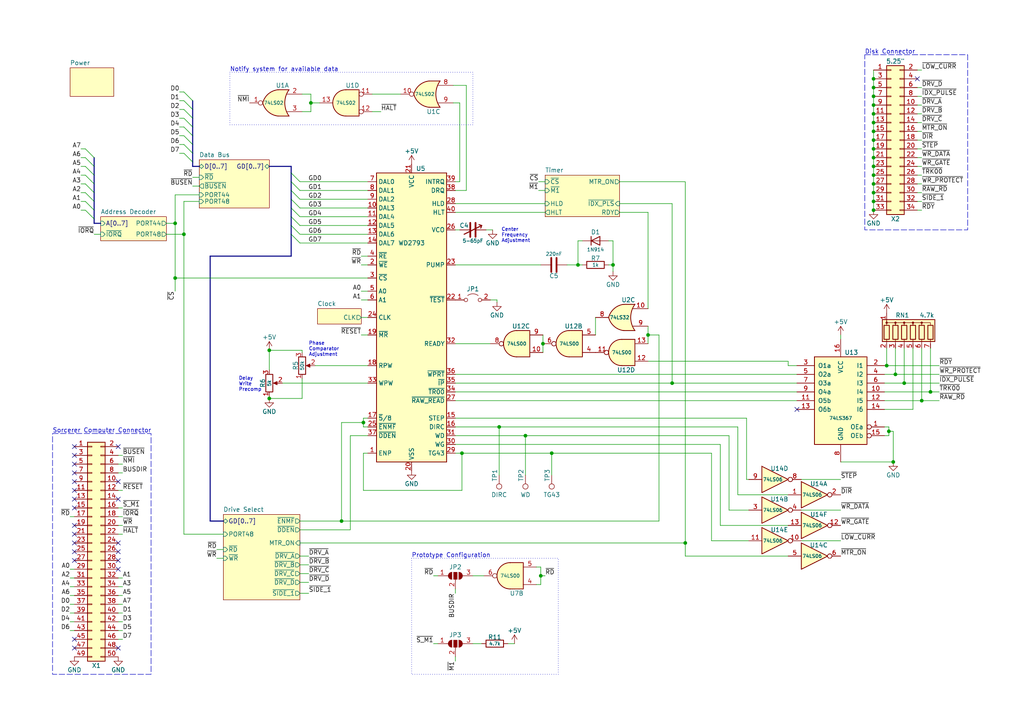
<source format=kicad_sch>
(kicad_sch (version 20230121) (generator eeschema)
  (paper "A4")
  (title_block (title "Sorcerer Dream Disk") (date "2023-12-16") (rev "1.0") (company "Marcel Erz (RetroStack), John Halkiadakis, Michael Borthwick (Exidyboy)") (comment 4 "Dream Disk Main Components"))
  (junction (at 257.81 125.095))
  (junction (at 160.02 131.445))
  (junction (at 187.96 97.155))
  (junction (at 253.365 38.1))
  (junction (at 50.8 80.645))
  (junction (at 78.105 115.57))
  (junction (at 253.365 30.48))
  (junction (at 99.06 151.13))
  (junction (at 253.365 50.8))
  (junction (at 157.48 99.695))
  (junction (at 253.365 53.34))
  (junction (at 253.365 55.88))
  (junction (at 253.365 40.64))
  (junction (at 253.365 35.56))
  (junction (at 253.365 45.72))
  (junction (at 50.8 64.77))
  (junction (at 105.41 122.555))
  (junction (at 262.255 111.125))
  (junction (at 156.845 167.005))
  (junction (at 259.08 133.985))
  (junction (at 90.17 29.845))
  (junction (at 167.64 76.835))
  (junction (at 53.34 67.945))
  (junction (at 194.945 111.125))
  (junction (at 78.105 101.6))
  (junction (at 269.875 113.665))
  (junction (at 253.365 33.02))
  (junction (at 253.365 22.86))
  (junction (at 133.985 131.445))
  (junction (at 253.365 48.26))
  (junction (at 198.755 157.48))
  (junction (at 253.365 27.94))
  (junction (at 267.335 116.205))
  (junction (at 152.4 126.365))
  (junction (at 257.175 106.045))
  (junction (at 259.715 108.585))
  (junction (at 253.365 25.4))
  (junction (at 253.365 60.96))
  (junction (at 253.365 43.18))
  (junction (at 144.78 123.825))
  (junction (at 253.365 58.42))
  (junction (at 177.8 76.835))
  (no_connect (at 21.59 142.24))
  (no_connect (at 21.59 160.02))
  (no_connect (at 34.29 157.48))
  (no_connect (at 34.29 129.54))
  (no_connect (at 21.59 139.7))
  (no_connect (at 21.59 152.4))
  (no_connect (at 21.59 129.54))
  (no_connect (at 231.14 118.745))
  (no_connect (at 21.59 132.08))
  (no_connect (at 21.59 187.96))
  (no_connect (at 21.59 154.94))
  (no_connect (at 34.29 187.96))
  (no_connect (at 21.59 147.32))
  (no_connect (at 21.59 134.62))
  (no_connect (at 34.29 162.56))
  (no_connect (at 21.59 137.16))
  (no_connect (at 34.29 165.1))
  (no_connect (at 34.29 139.7))
  (no_connect (at 21.59 144.78))
  (no_connect (at 34.29 160.02))
  (no_connect (at 21.59 185.42))
  (no_connect (at 34.29 144.78))
  (no_connect (at 21.59 162.56))
  (no_connect (at 21.59 157.48))
  (no_connect (at 266.065 22.86))
  (bus_entry (at 86.995 65.405) (size -2.54 -2.54))
  (bus_entry (at 86.995 55.245) (size -2.54 -2.54))
  (bus_entry (at 86.995 62.865) (size -2.54 -2.54))
  (bus_entry (at 53.34 34.29) (size 2.54 2.54))
  (bus_entry (at 86.995 70.485) (size -2.54 -2.54))
  (bus_entry (at 86.995 60.325) (size -2.54 -2.54))
  (bus_entry (at 24.765 53.34) (size 2.54 2.54))
  (bus_entry (at 24.765 43.18) (size 2.54 2.54))
  (bus_entry (at 53.34 39.37) (size 2.54 2.54))
  (bus_entry (at 86.995 52.705) (size -2.54 -2.54))
  (bus_entry (at 86.995 57.785) (size -2.54 -2.54))
  (bus_entry (at 24.765 48.26) (size 2.54 2.54))
  (bus_entry (at 53.34 31.75) (size 2.54 2.54))
  (bus_entry (at 24.765 60.96) (size 2.54 2.54))
  (bus_entry (at 53.34 36.83) (size 2.54 2.54))
  (bus_entry (at 24.765 50.8) (size 2.54 2.54))
  (bus_entry (at 53.34 26.67) (size 2.54 2.54))
  (bus_entry (at 24.765 45.72) (size 2.54 2.54))
  (bus_entry (at 53.34 44.45) (size 2.54 2.54))
  (bus_entry (at 53.34 41.91) (size 2.54 2.54))
  (bus_entry (at 86.995 67.945) (size -2.54 -2.54))
  (bus_entry (at 24.765 55.88) (size 2.54 2.54))
  (bus_entry (at 53.34 29.21) (size 2.54 2.54))
  (bus_entry (at 24.765 58.42) (size 2.54 2.54))
  (wire (pts (xy 87.63 27.305) (xy 90.17 27.305)))
  (wire (pts (xy 144.78 123.825) (xy 213.995 123.825)))
  (wire (pts (xy 211.455 126.365) (xy 211.455 147.955)))
  (wire (pts (xy 35.56 180.34) (xy 34.29 180.34)))
  (wire (pts (xy 262.255 111.125) (xy 272.415 111.125)))
  (bus (pts (xy 78.105 48.26) (xy 84.455 48.26)))
  (wire (pts (xy 23.495 55.88) (xy 24.765 55.88)))
  (wire (pts (xy 133.35 66.675) (xy 132.08 66.675)))
  (wire (pts (xy 50.8 80.645) (xy 106.68 80.645)))
  (wire (pts (xy 259.715 108.585) (xy 272.415 108.585)))
  (wire (pts (xy 147.32 186.69) (xy 149.225 186.69)))
  (bus (pts (xy 55.88 36.83) (xy 55.88 34.29)))
  (wire (pts (xy 216.535 121.285) (xy 216.535 139.065)))
  (wire (pts (xy 35.56 134.62) (xy 34.29 134.62)))
  (wire (pts (xy 23.495 53.34) (xy 24.765 53.34)))
  (bus (pts (xy 27.305 63.5) (xy 27.305 60.96)))
  (wire (pts (xy 253.365 43.18) (xy 253.365 45.72)))
  (wire (pts (xy 52.07 29.21) (xy 53.34 29.21)))
  (wire (pts (xy 23.495 60.96) (xy 24.765 60.96)))
  (bus (pts (xy 84.455 60.325) (xy 84.455 62.865)))
  (wire (pts (xy 177.8 76.835) (xy 177.8 78.74)))
  (bus (pts (xy 84.455 74.295) (xy 60.96 74.295)))
  (wire (pts (xy 132.08 190.5) (xy 132.08 191.77)))
  (wire (pts (xy 86.995 62.865) (xy 106.68 62.865)))
  (wire (pts (xy 52.07 36.83) (xy 53.34 36.83)))
  (wire (pts (xy 176.53 69.85) (xy 177.8 69.85)))
  (wire (pts (xy 62.865 161.925) (xy 64.77 161.925)))
  (wire (pts (xy 253.365 20.32) (xy 253.365 22.86)))
  (bus (pts (xy 84.455 67.945) (xy 84.455 74.295)))
  (wire (pts (xy 104.775 84.455) (xy 106.68 84.455)))
  (wire (pts (xy 257.81 125.095) (xy 259.08 125.095)))
  (wire (pts (xy 267.335 35.56) (xy 266.065 35.56)))
  (wire (pts (xy 253.365 33.02) (xy 253.365 35.56)))
  (wire (pts (xy 132.08 113.665) (xy 231.14 113.665)))
  (wire (pts (xy 206.375 131.445) (xy 160.02 131.445)))
  (wire (pts (xy 125.73 186.69) (xy 127 186.69)))
  (bus (pts (xy 60.96 74.295) (xy 60.96 151.13)))
  (wire (pts (xy 53.34 58.42) (xy 53.34 67.945)))
  (wire (pts (xy 106.68 121.285) (xy 105.41 121.285)))
  (wire (pts (xy 35.56 170.18) (xy 34.29 170.18)))
  (wire (pts (xy 157.48 102.235) (xy 157.48 99.695)))
  (bus (pts (xy 27.305 55.88) (xy 27.305 53.34)))
  (wire (pts (xy 99.06 122.555) (xy 105.41 122.555)))
  (wire (pts (xy 267.335 40.64) (xy 266.065 40.64)))
  (wire (pts (xy 267.335 60.96) (xy 266.065 60.96)))
  (wire (pts (xy 52.07 34.29) (xy 53.34 34.29)))
  (wire (pts (xy 243.84 133.985) (xy 259.08 133.985)))
  (wire (pts (xy 257.81 126.365) (xy 256.54 126.365)))
  (wire (pts (xy 132.08 121.285) (xy 216.535 121.285)))
  (wire (pts (xy 86.995 153.67) (xy 101.6 153.67)))
  (wire (pts (xy 92.71 29.845) (xy 90.17 29.845)))
  (wire (pts (xy 50.8 84.455) (xy 50.8 80.645)))
  (wire (pts (xy 152.4 126.365) (xy 152.4 137.795)))
  (wire (pts (xy 135.255 55.245) (xy 132.08 55.245)))
  (wire (pts (xy 267.335 48.26) (xy 266.065 48.26)))
  (wire (pts (xy 86.995 163.83) (xy 89.535 163.83)))
  (wire (pts (xy 105.41 121.285) (xy 105.41 122.555)))
  (wire (pts (xy 187.96 94.615) (xy 187.96 97.155)))
  (wire (pts (xy 156.845 167.005) (xy 158.115 167.005)))
  (wire (pts (xy 132.08 126.365) (xy 152.4 126.365)))
  (bus (pts (xy 60.96 151.13) (xy 64.77 151.13)))
  (wire (pts (xy 160.02 131.445) (xy 160.02 137.795)))
  (wire (pts (xy 243.84 139.065) (xy 232.41 139.065)))
  (wire (pts (xy 52.07 44.45) (xy 53.34 44.45)))
  (wire (pts (xy 262.255 100.965) (xy 262.255 111.125)))
  (wire (pts (xy 269.875 113.665) (xy 272.415 113.665)))
  (wire (pts (xy 137.16 167.005) (xy 140.335 167.005)))
  (wire (pts (xy 86.995 60.325) (xy 106.68 60.325)))
  (bus (pts (xy 84.455 50.165) (xy 84.455 52.705)))
  (wire (pts (xy 164.465 76.835) (xy 167.64 76.835)))
  (wire (pts (xy 48.26 67.945) (xy 53.34 67.945)))
  (wire (pts (xy 106.68 131.445) (xy 105.41 131.445)))
  (wire (pts (xy 104.775 86.995) (xy 106.68 86.995)))
  (wire (pts (xy 267.335 33.02) (xy 266.065 33.02)))
  (wire (pts (xy 228.6 104.775) (xy 228.6 106.045)))
  (bus (pts (xy 84.455 62.865) (xy 84.455 65.405)))
  (wire (pts (xy 259.715 100.965) (xy 259.715 108.585)))
  (wire (pts (xy 257.81 125.095) (xy 257.81 126.365)))
  (wire (pts (xy 267.335 20.32) (xy 266.065 20.32)))
  (wire (pts (xy 267.335 58.42) (xy 266.065 58.42)))
  (wire (pts (xy 35.56 177.8) (xy 34.29 177.8)))
  (wire (pts (xy 35.56 185.42) (xy 34.29 185.42)))
  (bus (pts (xy 55.88 41.91) (xy 55.88 39.37)))
  (wire (pts (xy 23.495 43.18) (xy 24.765 43.18)))
  (wire (pts (xy 50.8 64.77) (xy 50.8 56.515)))
  (wire (pts (xy 104.775 92.075) (xy 106.68 92.075)))
  (bus (pts (xy 84.455 48.26) (xy 84.455 50.165)))
  (wire (pts (xy 101.6 153.67) (xy 101.6 126.365)))
  (wire (pts (xy 99.06 151.13) (xy 191.135 151.13)))
  (wire (pts (xy 267.335 116.205) (xy 272.415 116.205)))
  (wire (pts (xy 20.32 165.1) (xy 21.59 165.1)))
  (wire (pts (xy 156.845 164.465) (xy 156.845 167.005)))
  (wire (pts (xy 206.375 156.845) (xy 206.375 131.445)))
  (wire (pts (xy 105.41 142.24) (xy 133.985 142.24)))
  (wire (pts (xy 208.915 152.4) (xy 228.6 152.4)))
  (wire (pts (xy 157.48 99.695) (xy 157.48 97.155)))
  (wire (pts (xy 99.06 151.13) (xy 99.06 122.555)))
  (bus (pts (xy 27.305 48.26) (xy 27.305 45.72)))
  (bus (pts (xy 55.88 48.26) (xy 55.88 46.99)))
  (wire (pts (xy 105.41 131.445) (xy 105.41 142.24)))
  (wire (pts (xy 35.56 137.16) (xy 34.29 137.16)))
  (wire (pts (xy 253.365 35.56) (xy 253.365 38.1)))
  (wire (pts (xy 243.84 147.955) (xy 232.41 147.955)))
  (wire (pts (xy 87.63 32.385) (xy 90.17 32.385)))
  (wire (pts (xy 256.54 113.665) (xy 269.875 113.665)))
  (wire (pts (xy 144.145 86.995) (xy 142.24 86.995)))
  (wire (pts (xy 20.32 182.88) (xy 21.59 182.88)))
  (wire (pts (xy 156.845 169.545) (xy 155.575 169.545)))
  (wire (pts (xy 20.32 175.26) (xy 21.59 175.26)))
  (wire (pts (xy 23.495 45.72) (xy 24.765 45.72)))
  (wire (pts (xy 269.875 100.965) (xy 269.875 113.665)))
  (wire (pts (xy 187.96 104.775) (xy 228.6 104.775)))
  (wire (pts (xy 257.175 100.965) (xy 257.175 106.045)))
  (wire (pts (xy 228.6 106.045) (xy 231.14 106.045)))
  (wire (pts (xy 50.8 56.515) (xy 57.785 56.515)))
  (bus (pts (xy 27.305 50.8) (xy 27.305 48.26)))
  (wire (pts (xy 259.08 125.095) (xy 259.08 133.985)))
  (bus (pts (xy 29.21 64.77) (xy 27.305 64.77)))
  (wire (pts (xy 20.32 167.64) (xy 21.59 167.64)))
  (wire (pts (xy 86.995 172.085) (xy 89.535 172.085)))
  (wire (pts (xy 156.845 167.005) (xy 156.845 169.545)))
  (wire (pts (xy 267.335 25.4) (xy 266.065 25.4)))
  (wire (pts (xy 87.63 101.6) (xy 87.63 102.235)))
  (wire (pts (xy 53.34 154.94) (xy 53.34 67.945)))
  (bus (pts (xy 57.785 48.26) (xy 55.88 48.26)))
  (wire (pts (xy 191.135 151.13) (xy 191.135 97.155)))
  (wire (pts (xy 132.08 128.905) (xy 208.915 128.905)))
  (wire (pts (xy 132.08 123.825) (xy 144.78 123.825)))
  (wire (pts (xy 86.995 55.245) (xy 106.68 55.245)))
  (wire (pts (xy 91.44 106.045) (xy 106.68 106.045)))
  (wire (pts (xy 104.775 97.155) (xy 106.68 97.155)))
  (wire (pts (xy 253.365 40.64) (xy 253.365 43.18)))
  (wire (pts (xy 256.54 106.045) (xy 257.175 106.045)))
  (wire (pts (xy 132.08 170.815) (xy 132.08 172.085)))
  (wire (pts (xy 194.945 59.055) (xy 194.945 111.125)))
  (wire (pts (xy 105.41 122.555) (xy 105.41 123.825)))
  (wire (pts (xy 55.88 53.975) (xy 57.785 53.975)))
  (bus (pts (xy 55.88 31.75) (xy 55.88 29.21)))
  (wire (pts (xy 52.07 39.37) (xy 53.34 39.37)))
  (wire (pts (xy 194.945 111.125) (xy 231.14 111.125)))
  (wire (pts (xy 125.73 167.005) (xy 127 167.005)))
  (wire (pts (xy 253.365 53.34) (xy 253.365 55.88)))
  (wire (pts (xy 55.88 51.435) (xy 57.785 51.435)))
  (wire (pts (xy 253.365 30.48) (xy 253.365 33.02)))
  (wire (pts (xy 253.365 22.86) (xy 253.365 25.4)))
  (wire (pts (xy 187.96 97.155) (xy 187.96 99.695)))
  (wire (pts (xy 172.72 92.075) (xy 172.72 97.155)))
  (wire (pts (xy 104.775 76.835) (xy 106.68 76.835)))
  (wire (pts (xy 142.875 66.675) (xy 140.97 66.675)))
  (bus (pts (xy 55.88 34.29) (xy 55.88 31.75)))
  (wire (pts (xy 104.775 74.295) (xy 106.68 74.295)))
  (wire (pts (xy 267.335 45.72) (xy 266.065 45.72)))
  (wire (pts (xy 86.995 166.37) (xy 89.535 166.37)))
  (wire (pts (xy 267.335 38.1) (xy 266.065 38.1)))
  (wire (pts (xy 267.335 27.94) (xy 266.065 27.94)))
  (wire (pts (xy 156.21 55.245) (xy 158.115 55.245)))
  (bus (pts (xy 27.305 64.77) (xy 27.305 63.5)))
  (wire (pts (xy 253.365 50.8) (xy 253.365 53.34)))
  (wire (pts (xy 198.755 161.29) (xy 228.6 161.29)))
  (wire (pts (xy 176.53 76.835) (xy 177.8 76.835)))
  (wire (pts (xy 267.335 100.965) (xy 267.335 116.205)))
  (wire (pts (xy 62.865 159.385) (xy 64.77 159.385)))
  (wire (pts (xy 86.995 161.29) (xy 89.535 161.29)))
  (wire (pts (xy 133.985 142.24) (xy 133.985 131.445)))
  (wire (pts (xy 167.64 69.85) (xy 167.64 76.835)))
  (bus (pts (xy 27.305 53.34) (xy 27.305 50.8)))
  (wire (pts (xy 132.08 108.585) (xy 231.14 108.585)))
  (wire (pts (xy 191.135 97.155) (xy 187.96 97.155)))
  (wire (pts (xy 132.08 99.695) (xy 142.24 99.695)))
  (bus (pts (xy 84.455 57.785) (xy 84.455 60.325)))
  (wire (pts (xy 267.335 50.8) (xy 266.065 50.8)))
  (wire (pts (xy 35.56 132.08) (xy 34.29 132.08)))
  (wire (pts (xy 20.32 180.34) (xy 21.59 180.34)))
  (wire (pts (xy 179.705 61.595) (xy 187.96 61.595)))
  (wire (pts (xy 52.07 26.67) (xy 53.34 26.67)))
  (wire (pts (xy 86.995 57.785) (xy 106.68 57.785)))
  (wire (pts (xy 267.335 53.34) (xy 266.065 53.34)))
  (wire (pts (xy 167.64 76.835) (xy 168.91 76.835)))
  (wire (pts (xy 132.08 111.125) (xy 194.945 111.125)))
  (wire (pts (xy 243.84 156.845) (xy 232.41 156.845)))
  (bus (pts (xy 55.88 44.45) (xy 55.88 41.91)))
  (wire (pts (xy 267.335 43.18) (xy 266.065 43.18)))
  (wire (pts (xy 86.995 65.405) (xy 106.68 65.405)))
  (wire (pts (xy 139.7 186.69) (xy 137.16 186.69)))
  (wire (pts (xy 53.34 58.42) (xy 57.785 58.42)))
  (wire (pts (xy 211.455 147.955) (xy 217.17 147.955)))
  (wire (pts (xy 213.995 123.825) (xy 213.995 143.51)))
  (wire (pts (xy 243.84 98.425) (xy 243.84 97.155)))
  (wire (pts (xy 23.495 48.26) (xy 24.765 48.26)))
  (wire (pts (xy 90.17 29.845) (xy 90.17 27.305)))
  (wire (pts (xy 135.255 24.765) (xy 135.255 55.245)))
  (wire (pts (xy 86.995 151.13) (xy 99.06 151.13)))
  (wire (pts (xy 160.02 131.445) (xy 133.985 131.445)))
  (wire (pts (xy 23.495 50.8) (xy 24.765 50.8)))
  (wire (pts (xy 264.795 100.965) (xy 264.795 118.745)))
  (wire (pts (xy 213.995 143.51) (xy 228.6 143.51)))
  (wire (pts (xy 253.365 58.42) (xy 253.365 60.96)))
  (wire (pts (xy 90.17 32.385) (xy 90.17 29.845)))
  (wire (pts (xy 81.915 111.125) (xy 106.68 111.125)))
  (wire (pts (xy 52.07 31.75) (xy 53.34 31.75)))
  (wire (pts (xy 187.96 61.595) (xy 187.96 89.535)))
  (wire (pts (xy 133.985 131.445) (xy 132.08 131.445)))
  (wire (pts (xy 78.105 115.57) (xy 87.63 115.57)))
  (wire (pts (xy 253.365 45.72) (xy 253.365 48.26)))
  (wire (pts (xy 144.145 87.63) (xy 144.145 86.995)))
  (wire (pts (xy 257.175 106.045) (xy 272.415 106.045)))
  (wire (pts (xy 27.305 67.945) (xy 29.21 67.945)))
  (wire (pts (xy 35.56 142.24) (xy 34.29 142.24)))
  (wire (pts (xy 253.365 55.88) (xy 253.365 58.42)))
  (wire (pts (xy 50.8 80.645) (xy 50.8 64.77)))
  (wire (pts (xy 78.105 101.6) (xy 87.63 101.6)))
  (wire (pts (xy 155.575 164.465) (xy 156.845 164.465)))
  (wire (pts (xy 86.995 70.485) (xy 106.68 70.485)))
  (bus (pts (xy 27.305 58.42) (xy 27.305 55.88)))
  (bus (pts (xy 27.305 60.96) (xy 27.305 58.42)))
  (wire (pts (xy 132.08 52.705) (xy 133.35 52.705)))
  (wire (pts (xy 158.115 61.595) (xy 132.08 61.595)))
  (wire (pts (xy 86.995 52.705) (xy 106.68 52.705)))
  (wire (pts (xy 152.4 126.365) (xy 211.455 126.365)))
  (wire (pts (xy 267.335 55.88) (xy 266.065 55.88)))
  (wire (pts (xy 253.365 38.1) (xy 253.365 40.64)))
  (wire (pts (xy 20.32 170.18) (xy 21.59 170.18)))
  (bus (pts (xy 55.88 46.99) (xy 55.88 44.45)))
  (wire (pts (xy 35.56 175.26) (xy 34.29 175.26)))
  (wire (pts (xy 20.32 172.72) (xy 21.59 172.72)))
  (wire (pts (xy 132.08 76.835) (xy 156.845 76.835)))
  (wire (pts (xy 168.91 69.85) (xy 167.64 69.85)))
  (wire (pts (xy 35.56 182.88) (xy 34.29 182.88)))
  (wire (pts (xy 35.56 152.4) (xy 34.29 152.4)))
  (wire (pts (xy 198.755 52.705) (xy 198.755 157.48)))
  (wire (pts (xy 177.8 69.85) (xy 177.8 76.835)))
  (wire (pts (xy 87.63 109.855) (xy 87.63 115.57)))
  (wire (pts (xy 253.365 48.26) (xy 253.365 50.8)))
  (wire (pts (xy 208.915 128.905) (xy 208.915 152.4)))
  (wire (pts (xy 216.535 139.065) (xy 217.17 139.065)))
  (wire (pts (xy 256.54 118.745) (xy 264.795 118.745)))
  (wire (pts (xy 198.755 161.29) (xy 198.755 157.48)))
  (wire (pts (xy 253.365 27.94) (xy 253.365 30.48)))
  (wire (pts (xy 156.21 52.705) (xy 158.115 52.705)))
  (bus (pts (xy 84.455 55.245) (xy 84.455 57.785)))
  (wire (pts (xy 256.54 111.125) (xy 262.255 111.125)))
  (wire (pts (xy 35.56 167.64) (xy 34.29 167.64)))
  (bus (pts (xy 84.455 52.705) (xy 84.455 55.245)))
  (bus (pts (xy 55.88 39.37) (xy 55.88 36.83)))
  (wire (pts (xy 86.995 157.48) (xy 198.755 157.48)))
  (wire (pts (xy 217.17 156.845) (xy 206.375 156.845)))
  (wire (pts (xy 20.32 177.8) (xy 21.59 177.8)))
  (wire (pts (xy 132.08 116.205) (xy 231.14 116.205)))
  (wire (pts (xy 107.95 27.305) (xy 116.205 27.305)))
  (wire (pts (xy 256.54 108.585) (xy 259.715 108.585)))
  (wire (pts (xy 179.705 59.055) (xy 194.945 59.055)))
  (wire (pts (xy 64.77 154.94) (xy 53.34 154.94)))
  (wire (pts (xy 257.81 123.825) (xy 257.81 125.095)))
  (wire (pts (xy 267.335 30.48) (xy 266.065 30.48)))
  (wire (pts (xy 133.35 29.845) (xy 133.35 52.705)))
  (wire (pts (xy 35.56 149.86) (xy 34.29 149.86)))
  (wire (pts (xy 20.32 149.86) (xy 21.59 149.86)))
  (wire (pts (xy 86.995 168.91) (xy 89.535 168.91)))
  (wire (pts (xy 35.56 154.94) (xy 34.29 154.94)))
  (wire (pts (xy 256.54 123.825) (xy 257.81 123.825)))
  (wire (pts (xy 35.56 147.32) (xy 34.29 147.32)))
  (wire (pts (xy 131.445 29.845) (xy 133.35 29.845)))
  (wire (pts (xy 52.07 41.91) (xy 53.34 41.91)))
  (wire (pts (xy 35.56 172.72) (xy 34.29 172.72)))
  (wire (pts (xy 23.495 58.42) (xy 24.765 58.42)))
  (wire (pts (xy 86.995 67.945) (xy 106.68 67.945)))
  (wire (pts (xy 144.78 123.825) (xy 144.78 137.795)))
  (wire (pts (xy 105.41 123.825) (xy 106.68 123.825)))
  (wire (pts (xy 78.105 101.6) (xy 78.105 107.315)))
  (wire (pts (xy 198.755 52.705) (xy 179.705 52.705)))
  (wire (pts (xy 135.255 24.765) (xy 131.445 24.765)))
  (wire (pts (xy 110.49 32.385) (xy 107.95 32.385)))
  (wire (pts (xy 253.365 25.4) (xy 253.365 27.94)))
  (wire (pts (xy 101.6 126.365) (xy 106.68 126.365)))
  (wire (pts (xy 48.26 64.77) (xy 50.8 64.77)))
  (wire (pts (xy 256.54 116.205) (xy 267.335 116.205)))
  (bus (pts (xy 84.455 65.405) (xy 84.455 67.945)))
  (wire (pts (xy 132.08 59.055) (xy 158.115 59.055)))
  (wire (pts (xy 78.105 115.57) (xy 78.105 114.935)))
  (rectangle (start 250.825 15.875) (end 280.67 66.675) (stroke (width 0) (type dash)))
  (rectangle (start 66.675 20.955) (end 137.16 36.195) (stroke (width 0) (type dot)))
  (rectangle (start 15.24 125.73) (end 43.815 195.58) (stroke (width 0) (type dash)))
  (rectangle (start 119.38 161.925) (end 161.925 195.58) (stroke (width 0) (type dot)))
  (text "Phase\nComparator\nAdjustment" (at 89.535 103.505 0) (effects (font (size 1 1)) (justify left bottom)))
  (text "Prototype Configuration" (at 119.38 161.925 0) (effects (font (size 1.27 1.27)) (justify left bottom)))
  (text "Center\nFrequency\nAdjustment" (at 145.415 70.485 0) (effects (font (size 1 1)) (justify left bottom)))
  (text "Delay\nWrite\nPrecomp" (at 69.215 113.665 0) (effects (font (size 1 1)) (justify left bottom)))
  (text "Notify system for available data" (at 66.675 20.955 0) (effects (font (size 1.27 1.27)) (justify left bottom)))
  (text "Disk Connector" (at 250.825 15.875 0) (effects (font (size 1.27 1.27)) (justify left bottom)))
  (text "Sorcerer Computer Connector" (at 15.24 125.73 0) (effects (font (size 1.27 1.27)) (justify left bottom)))
  (label "D7" (at 35.56 185.42 0))
  (label "A3" (at 23.495 53.34 180))
  (label "D6" (at 52.07 41.91 180))
  (label "~{WR_PROTECT}" (at 267.335 53.34 0))
  (label "A6" (at 20.32 172.72 180))
  (label "GD0" (at 93.345 52.705 180))
  (label "GD4" (at 93.345 62.865 180))
  (label "~{RDY}" (at 272.415 106.045 0))
  (label "~{RD}" (at 55.88 51.435 180))
  (label "D0" (at 52.07 26.67 180))
  (label "~{RESET}" (at 104.775 97.155 180))
  (label "D5" (at 52.07 39.37 180))
  (label "~{LOW_CURR}" (at 243.84 156.845 0))
  (label "D3" (at 35.56 180.34 0))
  (label "~{WR_GATE}" (at 267.335 48.26 0))
  (label "~{RD}" (at 104.775 74.295 180))
  (label "D0" (at 20.32 175.26 180))
  (label "~{RD}" (at 20.32 149.86 180))
  (label "~{NMI}" (at 35.56 134.62 0))
  (label "~{WR}" (at 104.775 76.835 180))
  (label "BUSDIR" (at 35.56 137.16 0))
  (label "~{STEP}" (at 267.335 43.18 0))
  (label "GD2" (at 93.345 57.785 180))
  (label "~{M1}" (at 132.08 191.77 270))
  (label "~{HALT}" (at 35.56 154.94 0))
  (label "GD3" (at 93.345 60.325 180))
  (label "~{DRV_B}" (at 267.335 33.02 0))
  (label "D1" (at 35.56 177.8 0))
  (label "~{IORQ}" (at 35.56 149.86 0))
  (label "~{WR}" (at 35.56 152.4 0))
  (label "~{DRV_D}" (at 89.535 168.91 0))
  (label "~{DRV_A}" (at 267.335 30.48 0))
  (label "~{BUSEN}" (at 55.88 53.975 180))
  (label "~{RD}" (at 125.73 167.005 180))
  (label "~{RDY}" (at 267.335 60.96 0))
  (label "A0" (at 23.495 60.96 180))
  (label "~{RESET}" (at 35.56 142.24 0))
  (label "A2" (at 20.32 167.64 180))
  (label "~{WR_DATA}" (at 243.84 147.955 0))
  (label "A7" (at 35.56 175.26 0))
  (label "~{DRV_C}" (at 267.335 35.56 0))
  (label "~{S_M1}" (at 35.56 147.32 0))
  (label "D4" (at 20.32 180.34 180))
  (label "D6" (at 20.32 182.88 180))
  (label "~{LOW_CURR}" (at 267.335 20.32 0))
  (label "D3" (at 52.07 34.29 180))
  (label "A0" (at 104.775 84.455 180))
  (label "~{CS}" (at 50.8 84.455 270))
  (label "~{STEP}" (at 243.84 139.065 0))
  (label "~{RD}" (at 62.865 159.385 180))
  (label "~{WR_PROTECT}" (at 272.415 108.585 0))
  (label "D1" (at 52.07 29.21 180))
  (label "~{WR_DATA}" (at 267.335 45.72 0))
  (label "~{WR_GATE}" (at 243.84 152.4 0))
  (label "~{TRK00}" (at 272.415 113.665 0))
  (label "~{DIR}" (at 267.335 40.64 0))
  (label "~{BUSEN}" (at 35.56 132.08 0))
  (label "A1" (at 35.56 167.64 0))
  (label "D5" (at 35.56 182.88 0))
  (label "GD6" (at 93.345 67.945 180))
  (label "A3" (at 35.56 170.18 0))
  (label "A0" (at 20.32 165.1 180))
  (label "A1" (at 23.495 58.42 180))
  (label "D4" (at 52.07 36.83 180))
  (label "~{CS}" (at 156.21 52.705 180))
  (label "A4" (at 20.32 170.18 180))
  (label "GD1" (at 93.345 55.245 180))
  (label "~{WR}" (at 62.865 161.925 180))
  (label "A1" (at 104.775 86.995 180))
  (label "~{IDX_PULSE}" (at 272.415 111.125 0))
  (label "~{DRV_A}" (at 89.535 161.29 0))
  (label "~{S_M1}" (at 125.73 186.69 180))
  (label "GD7" (at 93.345 70.485 180))
  (label "A5" (at 35.56 172.72 0))
  (label "~{SIDE_1}" (at 267.335 58.42 0))
  (label "BUSDIR" (at 132.08 172.085 270))
  (label "~{DRV_D}" (at 267.335 25.4 0))
  (label "~{TRK00}" (at 267.335 50.8 0))
  (label "~{NMI}" (at 72.39 29.845 180))
  (label "~{DRV_C}" (at 89.535 166.37 0))
  (label "~{HALT}" (at 110.49 32.385 0))
  (label "~{MTR_ON}" (at 267.335 38.1 0))
  (label "~{RD}" (at 158.115 167.005 0))
  (label "D7" (at 52.07 44.45 180))
  (label "~{RAW_RD}" (at 267.335 55.88 0))
  (label "D2" (at 52.07 31.75 180))
  (label "D2" (at 20.32 177.8 180))
  (label "~{IORQ}" (at 27.305 67.945 180))
  (label "A4" (at 23.495 50.8 180))
  (label "~{MTR_ON}" (at 243.84 161.29 0))
  (label "~{RAW_RD}" (at 272.415 116.205 0))
  (label "~{DRV_B}" (at 89.535 163.83 0))
  (label "GD5" (at 93.345 65.405 180))
  (label "A6" (at 23.495 45.72 180))
  (label "~{IDX_PULSE}" (at 267.335 27.94 0))
  (label "~{SIDE_1}" (at 89.535 172.085 0))
  (label "A2" (at 23.495 55.88 180))
  (label "A5" (at 23.495 48.26 180))
  (label "A7" (at 23.495 43.18 180))
  (label "~{DIR}" (at 243.84 143.51 0))
  (label "~{M1}" (at 156.21 55.245 180))
  (symbol (lib_id "Jumper:SolderJumper_3_Open") (at 132.08 167.005 0) (unit 1)
    (property "Reference" "JP2" (at 132.08 164.465 0))
    (property "Value" "SolderJumper_3_Open" (effects hide))
    (property "Footprint" "Jumper:SolderJumper-3_P1.3mm_Open_RoundedPad1.0x1.5mm_NumberLabels" (effects hide))
  )
  (symbol (lib_id "74xx:74LS06") (at 224.79 139.065 0) (unit 4)
    (property "Reference" "U14" (at 226.06 135.89 0))
    (property "Value" "74LS06" (at 224.155 139.065 0) (effects (font (size 1 1))))
    (property "Footprint" "Package_DIP:DIP-14_W7.62mm" (effects hide))
    (property "Datasheet" "http://www.ti.com/lit/gpn/sn74LS06" (effects hide))
  )
  (symbol (lib_id "power:+5V") (at 149.225 186.69 0) (unit 1)
    (property "Reference" "#PWR031" (effects hide))
    (property "Value" "+5V" (at 149.225 182.88 0))
  )
  (symbol (lib_id "74xx:74LS00") (at 180.34 102.235 180) (unit 4)
    (property "Reference" "U12" (at 181.61 107.315 0))
    (property "Value" "74LS00" (at 180.34 102.235 0) (effects (font (size 1 1))))
    (property "Footprint" "Package_DIP:DIP-14_W7.62mm" (effects hide))
    (property "Datasheet" "http://www.ti.com/lit/gpn/sn74ls00" (effects hide))
  )
  (symbol (lib_id "Interface:WD2793") (at 119.38 93.345 0) (unit 1)
    (property "Reference" "U5" (at 120.65 48.895 0) (effects (justify left)))
    (property "Value" "WD2793" (at 119.38 70.485 0))
    (property "Footprint" "Package_DIP:DIP-40_W15.24mm" (effects hide))
    (property "Datasheet" "http://pdf.datasheetcatalog.com/datasheets2/12/1229802_1.pdf" (effects hide))
  )
  (symbol (lib_id "Connector_Generic:Conn_02x17_Odd_Even") (at 258.445 40.64 0) (unit 1)
    (property "Reference" "X2" (at 259.715 63.5 0))
    (property "Value" "5.25\"" (at 259.715 17.78 0))
    (property "Footprint" "Connector_IDC:IDC-Header_2x17_P2.54mm_Vertical" (effects hide))
  )
  (symbol (lib_id "74xx:74LS00") (at 149.86 99.695 0) (mirror y) (unit 3)
    (property "Reference" "U12" (at 151.13 94.615 0))
    (property "Value" "74LS00" (at 149.86 99.695 0) (effects (font (size 1 1))))
    (property "Footprint" "Package_DIP:DIP-14_W7.62mm" (effects hide))
    (property "Datasheet" "http://www.ti.com/lit/gpn/sn74ls00" (effects hide))
  )
  (symbol (lib_id "74xx:74LS06") (at 236.22 152.4 0) (unit 6)
    (property "Reference" "U14" (at 237.49 149.225 0))
    (property "Value" "74LS06" (at 235.585 152.4 0) (effects (font (size 1 1))))
    (property "Footprint" "Package_DIP:DIP-14_W7.62mm" (effects hide))
    (property "Datasheet" "http://www.ti.com/lit/gpn/sn74LS06" (effects hide))
  )
  (symbol (lib_id "Connector:TestPoint") (at 152.4 137.795 180) (unit 1)
    (property "Reference" "TP2" (at 151.13 139.7 90) (effects (justify right)))
    (property "Value" "WD" (at 152.4 143.51 0))
    (property "Footprint" "TestPoint:TestPoint_Pad_D2.0mm" (effects hide))
  )
  (symbol (lib_id "power:GND") (at 177.8 78.74 0) (unit 1)
    (property "Reference" "#PWR020" (effects hide))
    (property "Value" "GND" (at 177.8 82.55 0))
  )
  (symbol (lib_id "74xx:74LS02") (at 80.01 29.845 0) (mirror y) (unit 1)
    (property "Reference" "U1" (at 81.915 24.765 0))
    (property "Value" "74LS02" (at 79.375 29.845 0) (effects (font (size 1 1))))
    (property "Footprint" "Package_DIP:DIP-14_W7.62mm" (effects hide))
    (property "Datasheet" "http://www.ti.com/lit/gpn/sn74ls02" (effects hide))
  )
  (symbol (lib_id "74xx:74LS00") (at 165.1 99.695 180) (unit 2)
    (property "Reference" "U12" (at 166.37 94.615 0))
    (property "Value" "74LS00" (at 165.1 99.695 0) (effects (font (size 1 1))))
    (property "Footprint" "Package_DIP:DIP-14_W7.62mm" (effects hide))
    (property "Datasheet" "http://www.ti.com/lit/gpn/sn74ls00" (effects hide))
  )
  (symbol (lib_id "power:GND") (at 119.38 136.525 0) (unit 1)
    (property "Reference" "#PWR027" (effects hide))
    (property "Value" "GND" (at 119.38 140.335 0))
  )
  (symbol (lib_id "power:+5V") (at 243.84 97.155 0) (unit 1)
    (property "Reference" "#PWR029" (effects hide))
    (property "Value" "+5V" (at 243.84 93.345 0))
  )
  (symbol (lib_id "74xx:74LS06") (at 224.79 156.845 0) (unit 5)
    (property "Reference" "U14" (at 226.06 153.67 0))
    (property "Value" "74LS06" (at 224.155 156.845 0) (effects (font (size 1 1))))
    (property "Footprint" "Package_DIP:DIP-14_W7.62mm" (effects hide))
    (property "Datasheet" "http://www.ti.com/lit/gpn/sn74LS06" (effects hide))
  )
  (symbol (lib_id "74xx:74LS00") (at 147.955 167.005 180) (unit 2)
    (property "Reference" "U7" (at 149.86 172.085 0))
    (property "Value" "74LS00" (at 147.955 167.005 0) (effects (font (size 1 1))))
    (property "Footprint" "Package_DIP:DIP-14_W7.62mm" (effects hide))
    (property "Datasheet" "http://www.ti.com/lit/gpn/sn74ls00" (effects hide))
  )
  (symbol (lib_id "74xx:74LS06") (at 224.79 147.955 0) (unit 2)
    (property "Reference" "U14" (at 226.06 144.78 0))
    (property "Value" "74LS06" (at 224.155 147.955 0) (effects (font (size 1 1))))
    (property "Footprint" "Package_DIP:DIP-14_W7.62mm" (effects hide))
    (property "Datasheet" "http://www.ti.com/lit/gpn/sn74LS06" (effects hide))
  )
  (symbol (lib_id "Connector_Generic:Conn_02x25_Odd_Even") (at 26.67 160.02 0) (unit 1)
    (property "Reference" "X1" (at 27.94 193.04 0))
    (property "Value" "To_Computer" (effects hide))
    (property "Footprint" "Connector_IDC:IDC-Header_2x25_P2.54mm_Vertical" (effects hide))
  )
  (symbol (lib_id "74xx:74LS06") (at 236.22 143.51 0) (unit 1)
    (property "Reference" "U14" (at 237.49 140.335 0))
    (property "Value" "74LS06" (at 235.585 143.51 0) (effects (font (size 1 1))))
    (property "Footprint" "Package_DIP:DIP-14_W7.62mm" (effects hide))
    (property "Datasheet" "http://www.ti.com/lit/gpn/sn74LS06" (effects hide))
  )
  (symbol (lib_id "Device:D") (at 172.72 69.85 0) (unit 1)
    (property "Reference" "D1" (at 172.72 67.31 0))
    (property "Value" "1N914" (at 172.72 72.39 0) (effects (font (size 1 1))))
    (property "Footprint" "Diode_THT:D_DO-35_SOD27_P7.62mm_Horizontal" (effects hide))
    (property "Sim.Device" "D" (effects hide))
    (property "Sim.Pins" "1=K 2=A" (effects hide))
  )
  (symbol (lib_id "power:GND") (at 253.365 60.96 0) (unit 1)
    (property "Reference" "#PWR030" (effects hide))
    (property "Value" "GND" (at 253.365 64.77 0))
  )
  (symbol (lib_id "power:+5V") (at 78.105 101.6 0) (unit 1)
    (property "Reference" "#PWR018" (effects hide))
    (property "Value" "+5V" (at 78.105 97.79 0))
  )
  (symbol (lib_id "Connector:TestPoint") (at 144.78 137.795 180) (unit 1)
    (property "Reference" "TP1" (at 143.51 139.7 90) (effects (justify right)))
    (property "Value" "DIRC" (at 144.78 143.51 0))
    (property "Footprint" "TestPoint:TestPoint_Pad_D2.0mm" (effects hide))
  )
  (symbol (lib_id "74xx:74LS02") (at 100.33 29.845 0) (mirror y) (unit 4) (convert 2)
    (property "Reference" "U1" (at 102.235 24.765 0))
    (property "Value" "74LS02" (at 100.33 29.845 0) (effects (font (size 1 1))))
    (property "Footprint" "Package_DIP:DIP-14_W7.62mm" (effects hide))
    (property "Datasheet" "http://www.ti.com/lit/gpn/sn74ls02" (effects hide))
  )
  (symbol (lib_id "Jumper:Jumper_2_Open") (at 137.16 86.995 0) (unit 1)
    (property "Reference" "JP1" (at 137.16 83.82 0))
    (property "Value" "Jumper_2_Open" (effects hide))
    (property "Footprint" "Connector_PinHeader_2.54mm:PinHeader_1x02_P2.54mm_Vertical" (effects hide))
  )
  (symbol (lib_id "Device:R") (at 172.72 76.835 90) (unit 1)
    (property "Reference" "R7" (at 172.72 74.93 90))
    (property "Value" "1k" (at 172.72 76.835 90) (effects (font (size 1 1))))
    (property "Footprint" "Resistor_THT:R_Axial_DIN0207_L6.3mm_D2.5mm_P7.62mm_Horizontal" (effects hide))
  )
  (symbol (lib_id "power:GND") (at 34.29 190.5 0) (unit 1)
    (property "Reference" "#PWR033" (effects hide))
    (property "Value" "GND" (at 34.29 194.31 0))
  )
  (symbol (lib_id "power:+5V") (at 119.38 47.625 0) (unit 1)
    (property "Reference" "#PWR026" (effects hide))
    (property "Value" "+5V" (at 119.38 43.815 0))
  )
  (symbol (lib_id "power:GND") (at 259.08 133.985 0) (unit 1)
    (property "Reference" "#PWR028" (effects hide))
    (property "Value" "GND" (at 259.08 137.795 0))
  )
  (symbol (lib_id "power:GND") (at 142.875 66.675 0) (unit 1)
    (property "Reference" "#PWR017" (effects hide))
    (property "Value" "GND" (at 142.875 70.485 0))
  )
  (symbol (lib_id "Device:R_Potentiometer") (at 78.105 111.125 0) (mirror x) (unit 1)
    (property "Reference" "R6" (at 76.2 111.125 90))
    (property "Value" "5k" (at 78.105 111.125 90) (effects (font (size 1 1))))
    (property "Footprint" "Footprint:R_Pot (Bourns 3306P)" (effects hide))
  )
  (symbol (lib_id "74xx:74LS367") (at 243.84 116.205 0) (mirror y) (unit 1)
    (property "Reference" "U13" (at 248.92 102.235 0) (effects (justify left)))
    (property "Value" "74LS367" (at 243.84 121.285 0) (effects (font (size 1 1))))
    (property "Footprint" "Package_DIP:DIP-16_W7.62mm" (effects hide))
    (property "Datasheet" "http://www.ti.com/lit/gpn/sn74LS367" (effects hide))
  )
  (symbol (lib_id "Device:C_Variable") (at 137.16 66.675 270) (mirror x) (unit 1)
    (property "Reference" "C4" (at 134.62 65.405 90))
    (property "Value" "5-65pF" (at 137.16 69.85 90) (effects (font (size 1 1))))
    (property "Footprint" "Footprint:C_Trim (BFC2 808 32659)" (effects hide))
  )
  (symbol (lib_id "power:GND") (at 78.105 115.57 0) (unit 1)
    (property "Reference" "#PWR019" (effects hide))
    (property "Value" "GND" (at 78.105 119.38 0))
  )
  (symbol (lib_id "Connector:TestPoint") (at 160.02 137.795 180) (unit 1)
    (property "Reference" "TP3" (at 158.75 139.7 90) (effects (justify right)))
    (property "Value" "TG43" (at 160.02 143.51 0))
    (property "Footprint" "TestPoint:TestPoint_Pad_D2.0mm" (effects hide))
  )
  (symbol (lib_id "Jumper:SolderJumper_3_Open") (at 132.08 186.69 0) (unit 1)
    (property "Reference" "JP3" (at 132.08 184.15 0))
    (property "Value" "SolderJumper_3_Open" (effects hide))
    (property "Footprint" "Jumper:SolderJumper-3_P1.3mm_Open_RoundedPad1.0x1.5mm_NumberLabels" (effects hide))
  )
  (symbol (lib_id "74xx:74LS06") (at 236.22 161.29 0) (unit 3)
    (property "Reference" "U14" (at 237.49 158.115 0))
    (property "Value" "74LS06" (at 235.585 161.29 0) (effects (font (size 1 1))))
    (property "Footprint" "Package_DIP:DIP-14_W7.62mm" (effects hide))
    (property "Datasheet" "http://www.ti.com/lit/gpn/sn74LS06" (effects hide))
  )
  (symbol (lib_id "74xx:74LS02") (at 123.825 27.305 0) (mirror y) (unit 3)
    (property "Reference" "U1" (at 125.73 32.385 0))
    (property "Value" "74LS02" (at 123.19 27.305 0) (effects (font (size 1 1))))
    (property "Footprint" "Package_DIP:DIP-14_W7.62mm" (effects hide))
    (property "Datasheet" "http://www.ti.com/lit/gpn/sn74ls02" (effects hide))
  )
  (symbol (lib_id "Device:R") (at 143.51 186.69 270) (unit 1)
    (property "Reference" "R11" (at 143.51 184.785 90))
    (property "Value" "4.7k" (at 143.51 186.69 90) (effects (font (size 1 1))))
    (property "Footprint" "Resistor_THT:R_Axial_DIN0207_L6.3mm_D2.5mm_P7.62mm_Horizontal" (effects hide))
  )
  (symbol (lib_id "power:GND") (at 144.145 87.63 0) (unit 1)
    (property "Reference" "#PWR037" (effects hide))
    (property "Value" "GND" (at 144.145 91.44 0))
  )
  (symbol (lib_id "Device:R_Network06") (at 264.795 95.885 0) (unit 1)
    (property "Reference" "RN1" (at 259.715 91.44 0) (effects (justify left)))
    (property "Value" "4.7k" (at 266.7 91.44 0) (effects (justify left)))
    (property "Footprint" "Resistor_THT:R_Array_SIP7" (effects hide))
    (property "Datasheet" "http://www.vishay.com/docs/31509/csc.pdf" (effects hide))
  )
  (symbol (lib_id "74xx:74LS32") (at 180.34 92.075 180) (unit 3)
    (property "Reference" "U2" (at 182.245 86.995 0))
    (property "Value" "74LS32" (at 179.705 92.075 0) (effects (font (size 1 1))))
    (property "Footprint" "Package_DIP:DIP-14_W7.62mm" (effects hide))
    (property "Datasheet" "http://www.ti.com/lit/gpn/sn74LS32" (effects hide))
  )
  (symbol (lib_id "power:+5V") (at 257.175 90.805 0) (unit 1)
    (property "Reference" "#PWR035" (effects hide))
    (property "Value" "+5V" (at 257.175 86.995 0))
  )
  (symbol (lib_id "power:GND") (at 21.59 190.5 0) (unit 1)
    (property "Reference" "#PWR034" (effects hide))
    (property "Value" "GND" (at 21.59 194.31 0))
  )
  (symbol (lib_id "Device:C") (at 160.655 76.835 90) (unit 1)
    (property "Reference" "C5" (at 160.655 80.01 90))
    (property "Value" "220nF" (at 160.655 73.66 90) (effects (font (size 1 1))))
    (property "Footprint" "Capacitor_THT:C_Disc_D5.0mm_W2.5mm_P2.50mm" (effects hide))
  )
  (symbol (lib_id "Device:R_Potentiometer") (at 87.63 106.045 0) (mirror x) (unit 1)
    (property "Reference" "R5" (at 85.725 106.045 90))
    (property "Value" "50k" (at 87.63 106.045 90) (effects (font (size 1 1))))
    (property "Footprint" "Footprint:R_Pot (Bourns 3306P)" (effects hide))
  )
  (sheet (at 64.77 149.225) (size 22.225 24.765) (stroke (width 0.1524)) (fill (color 255 255 194 1.0000))
    (property "Sheetname" "Drive Select" (at 64.77 148.5134 0) (effects (justify left bottom)))
    (property "Sheetfile" "DriveSelect.kicad_sch" (effects hide))
    (pin "~{DRV_A}" output (at 86.995 161.29 0))
    (pin "GD[0..7]" tri_state (at 64.77 151.13 180))
    (pin "~{DRV_B}" output (at 86.995 163.83 0))
    (pin "~{SIDE_1}" output (at 86.995 172.085 0))
    (pin "~{DRV_D}" output (at 86.995 168.91 0))
    (pin "~{DRV_C}" output (at 86.995 166.37 0))
    (pin "PORT48" input (at 64.77 154.94 180))
    (pin "~{WR}" input (at 64.77 161.925 180))
    (pin "~{RD}" input (at 64.77 159.385 180))
    (pin "~{ENMF}" output (at 86.995 151.13 0))
    (pin "~{DDEN}" output (at 86.995 153.67 0))
    (pin "MTR_ON" input (at 86.995 157.48 0))
  )
  (sheet (at 92.075 89.535) (size 12.7 4.445) (stroke (width 0.1524)) (fill (color 255 255 194 1.0000))
    (property "Sheetname" "Clock" (at 92.075 88.8234 0) (effects (justify left bottom)))
    (property "Sheetfile" "Clock.kicad_sch" (effects hide))
    (pin "CLK" output (at 104.775 92.075 0))
  )
  (sheet (at 57.785 46.355) (size 20.32 13.97) (stroke (width 0.1524)) (fill (color 255 255 194 1.0000))
    (property "Sheetname" "Data Bus" (at 57.785 45.6434 0) (effects (justify left bottom)))
    (property "Sheetfile" "DataBus.kicad_sch" (effects hide))
    (pin "GD[0..7]" tri_state (at 78.105 48.26 0))
    (pin "D[0..7]" tri_state (at 57.785 48.26 180))
    (pin "~{RD}" input (at 57.785 51.435 180))
    (pin "~{BUSEN}" output (at 57.785 53.975 180))
    (pin "PORT48" input (at 57.785 58.42 180))
    (pin "PORT44" input (at 57.785 56.515 180))
  )
  (sheet (at 158.115 50.8) (size 21.59 12.065) (stroke (width 0.1524)) (fill (color 255 255 194 1.0000))
    (property "Sheetname" "Timer" (at 158.115 50.0884 0) (effects (justify left bottom)))
    (property "Sheetfile" "Timer.kicad_sch" (effects hide))
    (pin "HLD" input (at 158.115 59.055 180))
    (pin "HLT" output (at 158.115 61.595 180))
    (pin "~{IDX_PLS}" input (at 179.705 59.055 0))
    (pin "RDY" output (at 179.705 61.595 0))
    (pin "~{CS}" input (at 158.115 52.705 180))
    (pin "~{M1}" input (at 158.115 55.245 180))
    (pin "MTR_ON" output (at 179.705 52.705 0))
  )
  (sheet (at 20.32 19.685) (size 12.7 8.255) (stroke (width 0.1524)) (fill (color 255 255 194 1.0000))
    (property "Sheetname" "Power" (at 20.32 18.9734 0) (effects (justify left bottom)))
    (property "Sheetfile" "Power.kicad_sch" (effects hide))
  )
  (sheet (at 29.21 62.865) (size 19.05 6.985) (stroke (width 0.1524)) (fill (color 255 255 194 1.0000))
    (property "Sheetname" "Address Decoder" (at 29.21 62.1534 0) (effects (justify left bottom)))
    (property "Sheetfile" "AddressDecoder.kicad_sch" (effects hide))
    (pin "A[0..7]" input (at 29.21 64.77 180))
    (pin "PORT44" output (at 48.26 64.77 0))
    (pin "PORT48" output (at 48.26 67.945 0))
    (pin "~{IORQ}" input (at 29.21 67.945 180))
  )
)
</source>
